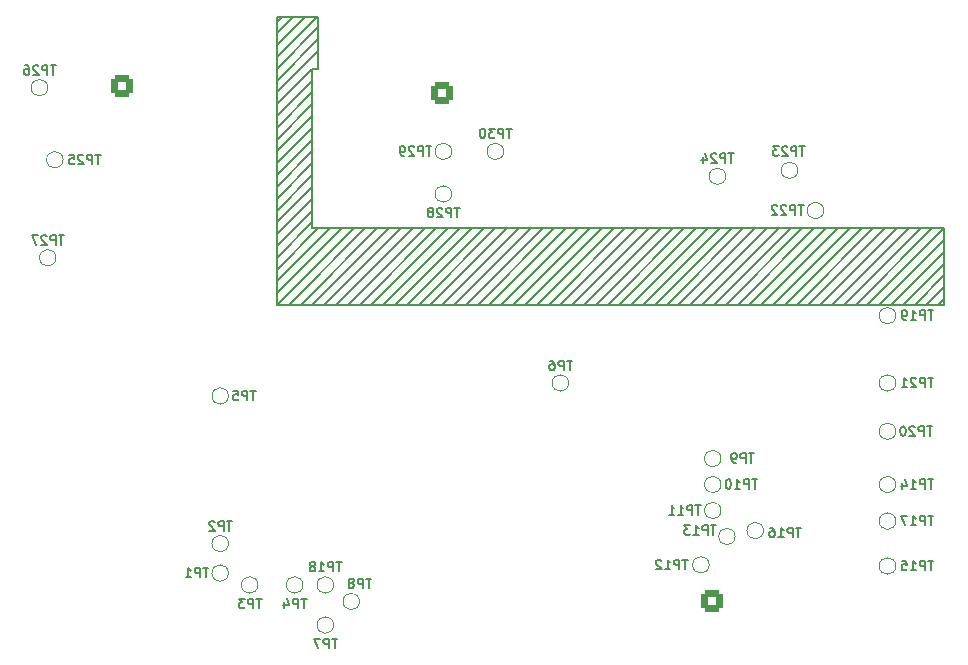
<source format=gbr>
%TF.GenerationSoftware,KiCad,Pcbnew,(5.99.0-11707-g9aa9857685)*%
%TF.CreationDate,2021-10-10T10:39:49+03:00*%
%TF.ProjectId,RubyLink_revA,52756279-4c69-46e6-9b5f-726576412e6b,rev?*%
%TF.SameCoordinates,Original*%
%TF.FileFunction,Legend,Bot*%
%TF.FilePolarity,Positive*%
%FSLAX46Y46*%
G04 Gerber Fmt 4.6, Leading zero omitted, Abs format (unit mm)*
G04 Created by KiCad (PCBNEW (5.99.0-11707-g9aa9857685)) date 2021-10-10 10:39:49*
%MOMM*%
%LPD*%
G01*
G04 APERTURE LIST*
G04 Aperture macros list*
%AMRoundRect*
0 Rectangle with rounded corners*
0 $1 Rounding radius*
0 $2 $3 $4 $5 $6 $7 $8 $9 X,Y pos of 4 corners*
0 Add a 4 corners polygon primitive as box body*
4,1,4,$2,$3,$4,$5,$6,$7,$8,$9,$2,$3,0*
0 Add four circle primitives for the rounded corners*
1,1,$1+$1,$2,$3*
1,1,$1+$1,$4,$5*
1,1,$1+$1,$6,$7*
1,1,$1+$1,$8,$9*
0 Add four rect primitives between the rounded corners*
20,1,$1+$1,$2,$3,$4,$5,0*
20,1,$1+$1,$4,$5,$6,$7,0*
20,1,$1+$1,$6,$7,$8,$9,0*
20,1,$1+$1,$8,$9,$2,$3,0*%
G04 Aperture macros list end*
%ADD10C,0.150000*%
%ADD11C,0.153000*%
%ADD12C,0.120000*%
%ADD13C,2.800000*%
%ADD14RoundRect,0.300000X0.600000X-0.600000X0.600000X0.600000X-0.600000X0.600000X-0.600000X-0.600000X0*%
%ADD15C,1.800000*%
%ADD16O,0.700000X0.950000*%
%ADD17C,0.700000*%
%ADD18O,2.400000X1.400000*%
%ADD19O,2.700000X1.400000*%
%ADD20RoundRect,0.300000X-0.600000X0.600000X-0.600000X-0.600000X0.600000X-0.600000X0.600000X0.600000X0*%
%ADD21C,3.350000*%
%ADD22C,2.700000*%
%ADD23C,1.990000*%
%ADD24RoundRect,0.050000X-0.950000X0.950000X-0.950000X-0.950000X0.950000X-0.950000X0.950000X0.950000X0*%
%ADD25C,2.000000*%
%ADD26RoundRect,0.300000X-0.600000X-0.600000X0.600000X-0.600000X0.600000X0.600000X-0.600000X0.600000X0*%
%ADD27C,1.100000*%
G04 APERTURE END LIST*
D10*
X165060000Y-65870000D02*
X158560000Y-72370000D01*
X125560000Y-69370000D02*
X129060000Y-65870000D01*
X125560000Y-71370000D02*
X131060000Y-65870000D01*
X158060000Y-65870000D02*
X151560000Y-72370000D01*
X147060000Y-65870000D02*
X140560000Y-72370000D01*
X129060000Y-50870000D02*
X125560000Y-54370000D01*
X182060000Y-65870000D02*
X182060000Y-72370000D01*
X137060000Y-65870000D02*
X130560000Y-72370000D01*
X128560000Y-55370000D02*
X125560000Y-58370000D01*
X155060000Y-65870000D02*
X148560000Y-72370000D01*
X168560000Y-72370000D02*
X175060000Y-65870000D01*
X144060000Y-65870000D02*
X137560000Y-72370000D01*
X164060000Y-65870000D02*
X157560000Y-72370000D01*
X143060000Y-65870000D02*
X136560000Y-72370000D01*
X127960000Y-47970000D02*
X125560000Y-50370000D01*
X164560000Y-72370000D02*
X171060000Y-65870000D01*
X126560000Y-72370000D02*
X133060000Y-65870000D01*
X140060000Y-65870000D02*
X133560000Y-72370000D01*
X125560000Y-66370000D02*
X128560000Y-63370000D01*
X166560000Y-72370000D02*
X173060000Y-65870000D01*
X146060000Y-65870000D02*
X139560000Y-72370000D01*
X128560000Y-64370000D02*
X125560000Y-67370000D01*
X129060000Y-48870000D02*
X125560000Y-52370000D01*
X178560000Y-72370000D02*
X182060000Y-68870000D01*
X174560000Y-72370000D02*
X181060000Y-65870000D01*
X173560000Y-72370000D02*
X180060000Y-65870000D01*
X125560000Y-72370000D02*
X125560000Y-47970000D01*
X151060000Y-65870000D02*
X144560000Y-72370000D01*
X128960000Y-47970000D02*
X125560000Y-51370000D01*
X160560000Y-72370000D02*
X167060000Y-65870000D01*
X161560000Y-72370000D02*
X168060000Y-65870000D01*
X132060000Y-65870000D02*
X125560000Y-72370000D01*
X179560000Y-72370000D02*
X182060000Y-69870000D01*
X125560000Y-68370000D02*
X128560000Y-65370000D01*
X153060000Y-65870000D02*
X146560000Y-72370000D01*
X129060000Y-52370000D02*
X128560000Y-52370000D01*
X135060000Y-65870000D02*
X128560000Y-72370000D01*
X160060000Y-65870000D02*
X153560000Y-72370000D01*
X152060000Y-65870000D02*
X145560000Y-72370000D01*
X128560000Y-57370000D02*
X125560000Y-60370000D01*
X134060000Y-65870000D02*
X127560000Y-72370000D01*
X125560000Y-49370000D02*
X126960000Y-47970000D01*
X182060000Y-72370000D02*
X125560000Y-72370000D01*
X182060000Y-65870000D02*
X128560000Y-65870000D01*
X128560000Y-62370000D02*
X125560000Y-65370000D01*
X159060000Y-65870000D02*
X152560000Y-72370000D01*
X182060000Y-67870000D02*
X177560000Y-72370000D01*
X180560000Y-72370000D02*
X182060000Y-70870000D01*
X162560000Y-72370000D02*
X169060000Y-65870000D01*
X129060000Y-49870000D02*
X125560000Y-53370000D01*
X163060000Y-65870000D02*
X156560000Y-72370000D01*
X156060000Y-65870000D02*
X149560000Y-72370000D01*
X161060000Y-65870000D02*
X154560000Y-72370000D01*
X149060000Y-65870000D02*
X142560000Y-72370000D01*
X171560000Y-72370000D02*
X178060000Y-65870000D01*
X170560000Y-72370000D02*
X177060000Y-65870000D01*
X162060000Y-65870000D02*
X155560000Y-72370000D01*
X125560000Y-47970000D02*
X129060000Y-47970000D01*
X128560000Y-53370000D02*
X125560000Y-56370000D01*
X145060000Y-65870000D02*
X138560000Y-72370000D01*
X125560000Y-48370000D02*
X125960000Y-47970000D01*
X142060000Y-65870000D02*
X135560000Y-72370000D01*
X129060000Y-47970000D02*
X129060000Y-52370000D01*
X130060000Y-65870000D02*
X125560000Y-70370000D01*
X163560000Y-72370000D02*
X170060000Y-65870000D01*
X138060000Y-65870000D02*
X131560000Y-72370000D01*
X128560000Y-58370000D02*
X125560000Y-61370000D01*
X169560000Y-72370000D02*
X176060000Y-65870000D01*
X141060000Y-65870000D02*
X134560000Y-72370000D01*
X181560000Y-72370000D02*
X182060000Y-71870000D01*
X129560000Y-72370000D02*
X136060000Y-65870000D01*
X125560000Y-64370000D02*
X128560000Y-61370000D01*
X154060000Y-65870000D02*
X147560000Y-72370000D01*
X148060000Y-65870000D02*
X141560000Y-72370000D01*
X150060000Y-65870000D02*
X143560000Y-72370000D01*
X128560000Y-54370000D02*
X125560000Y-57370000D01*
X128560000Y-59370000D02*
X125560000Y-62370000D01*
X139060000Y-65870000D02*
X132560000Y-72370000D01*
X128560000Y-56370000D02*
X125560000Y-59370000D01*
X165560000Y-72370000D02*
X172060000Y-65870000D01*
X166060000Y-65870000D02*
X159560000Y-72370000D01*
X157060000Y-65870000D02*
X150560000Y-72370000D01*
X128560000Y-60370000D02*
X125560000Y-63370000D01*
X128560000Y-52370000D02*
X125560000Y-55370000D01*
X167560000Y-72370000D02*
X174060000Y-65870000D01*
X176560000Y-72370000D02*
X182060000Y-66870000D01*
X128560000Y-52370000D02*
X128560000Y-65870000D01*
X172560000Y-72370000D02*
X179060000Y-65870000D01*
X175560000Y-72370000D02*
X182060000Y-65870000D01*
D11*
X130669523Y-100631904D02*
X130212380Y-100631904D01*
X130440952Y-101431904D02*
X130440952Y-100631904D01*
X129945714Y-101431904D02*
X129945714Y-100631904D01*
X129640952Y-100631904D01*
X129564761Y-100670000D01*
X129526666Y-100708095D01*
X129488571Y-100784285D01*
X129488571Y-100898571D01*
X129526666Y-100974761D01*
X129564761Y-101012857D01*
X129640952Y-101050952D01*
X129945714Y-101050952D01*
X129221904Y-100631904D02*
X128688571Y-100631904D01*
X129031428Y-101431904D01*
X121769523Y-90683904D02*
X121312380Y-90683904D01*
X121540952Y-91483904D02*
X121540952Y-90683904D01*
X121045714Y-91483904D02*
X121045714Y-90683904D01*
X120740952Y-90683904D01*
X120664761Y-90722000D01*
X120626666Y-90760095D01*
X120588571Y-90836285D01*
X120588571Y-90950571D01*
X120626666Y-91026761D01*
X120664761Y-91064857D01*
X120740952Y-91102952D01*
X121045714Y-91102952D01*
X120283809Y-90760095D02*
X120245714Y-90722000D01*
X120169523Y-90683904D01*
X119979047Y-90683904D01*
X119902857Y-90722000D01*
X119864761Y-90760095D01*
X119826666Y-90836285D01*
X119826666Y-90912476D01*
X119864761Y-91026761D01*
X120321904Y-91483904D01*
X119826666Y-91483904D01*
X181050476Y-82631904D02*
X180593333Y-82631904D01*
X180821904Y-83431904D02*
X180821904Y-82631904D01*
X180326666Y-83431904D02*
X180326666Y-82631904D01*
X180021904Y-82631904D01*
X179945714Y-82670000D01*
X179907619Y-82708095D01*
X179869523Y-82784285D01*
X179869523Y-82898571D01*
X179907619Y-82974761D01*
X179945714Y-83012857D01*
X180021904Y-83050952D01*
X180326666Y-83050952D01*
X179564761Y-82708095D02*
X179526666Y-82670000D01*
X179450476Y-82631904D01*
X179260000Y-82631904D01*
X179183809Y-82670000D01*
X179145714Y-82708095D01*
X179107619Y-82784285D01*
X179107619Y-82860476D01*
X179145714Y-82974761D01*
X179602857Y-83431904D01*
X179107619Y-83431904D01*
X178612380Y-82631904D02*
X178536190Y-82631904D01*
X178460000Y-82670000D01*
X178421904Y-82708095D01*
X178383809Y-82784285D01*
X178345714Y-82936666D01*
X178345714Y-83127142D01*
X178383809Y-83279523D01*
X178421904Y-83355714D01*
X178460000Y-83393809D01*
X178536190Y-83431904D01*
X178612380Y-83431904D01*
X178688571Y-83393809D01*
X178726666Y-83355714D01*
X178764761Y-83279523D01*
X178802857Y-83127142D01*
X178802857Y-82936666D01*
X178764761Y-82784285D01*
X178726666Y-82708095D01*
X178688571Y-82670000D01*
X178612380Y-82631904D01*
X119769523Y-94631904D02*
X119312380Y-94631904D01*
X119540952Y-95431904D02*
X119540952Y-94631904D01*
X119045714Y-95431904D02*
X119045714Y-94631904D01*
X118740952Y-94631904D01*
X118664761Y-94670000D01*
X118626666Y-94708095D01*
X118588571Y-94784285D01*
X118588571Y-94898571D01*
X118626666Y-94974761D01*
X118664761Y-95012857D01*
X118740952Y-95050952D01*
X119045714Y-95050952D01*
X117826666Y-95431904D02*
X118283809Y-95431904D01*
X118055238Y-95431904D02*
X118055238Y-94631904D01*
X118131428Y-94746190D01*
X118207619Y-94822380D01*
X118283809Y-94860476D01*
X138650476Y-58931904D02*
X138193333Y-58931904D01*
X138421904Y-59731904D02*
X138421904Y-58931904D01*
X137926666Y-59731904D02*
X137926666Y-58931904D01*
X137621904Y-58931904D01*
X137545714Y-58970000D01*
X137507619Y-59008095D01*
X137469523Y-59084285D01*
X137469523Y-59198571D01*
X137507619Y-59274761D01*
X137545714Y-59312857D01*
X137621904Y-59350952D01*
X137926666Y-59350952D01*
X137164761Y-59008095D02*
X137126666Y-58970000D01*
X137050476Y-58931904D01*
X136860000Y-58931904D01*
X136783809Y-58970000D01*
X136745714Y-59008095D01*
X136707619Y-59084285D01*
X136707619Y-59160476D01*
X136745714Y-59274761D01*
X137202857Y-59731904D01*
X136707619Y-59731904D01*
X136326666Y-59731904D02*
X136174285Y-59731904D01*
X136098095Y-59693809D01*
X136060000Y-59655714D01*
X135983809Y-59541428D01*
X135945714Y-59389047D01*
X135945714Y-59084285D01*
X135983809Y-59008095D01*
X136021904Y-58970000D01*
X136098095Y-58931904D01*
X136250476Y-58931904D01*
X136326666Y-58970000D01*
X136364761Y-59008095D01*
X136402857Y-59084285D01*
X136402857Y-59274761D01*
X136364761Y-59350952D01*
X136326666Y-59389047D01*
X136250476Y-59427142D01*
X136098095Y-59427142D01*
X136021904Y-59389047D01*
X135983809Y-59350952D01*
X135945714Y-59274761D01*
X131050476Y-94131904D02*
X130593333Y-94131904D01*
X130821904Y-94931904D02*
X130821904Y-94131904D01*
X130326666Y-94931904D02*
X130326666Y-94131904D01*
X130021904Y-94131904D01*
X129945714Y-94170000D01*
X129907619Y-94208095D01*
X129869523Y-94284285D01*
X129869523Y-94398571D01*
X129907619Y-94474761D01*
X129945714Y-94512857D01*
X130021904Y-94550952D01*
X130326666Y-94550952D01*
X129107619Y-94931904D02*
X129564761Y-94931904D01*
X129336190Y-94931904D02*
X129336190Y-94131904D01*
X129412380Y-94246190D01*
X129488571Y-94322380D01*
X129564761Y-94360476D01*
X128650476Y-94474761D02*
X128726666Y-94436666D01*
X128764761Y-94398571D01*
X128802857Y-94322380D01*
X128802857Y-94284285D01*
X128764761Y-94208095D01*
X128726666Y-94170000D01*
X128650476Y-94131904D01*
X128498095Y-94131904D01*
X128421904Y-94170000D01*
X128383809Y-94208095D01*
X128345714Y-94284285D01*
X128345714Y-94322380D01*
X128383809Y-94398571D01*
X128421904Y-94436666D01*
X128498095Y-94474761D01*
X128650476Y-94474761D01*
X128726666Y-94512857D01*
X128764761Y-94550952D01*
X128802857Y-94627142D01*
X128802857Y-94779523D01*
X128764761Y-94855714D01*
X128726666Y-94893809D01*
X128650476Y-94931904D01*
X128498095Y-94931904D01*
X128421904Y-94893809D01*
X128383809Y-94855714D01*
X128345714Y-94779523D01*
X128345714Y-94627142D01*
X128383809Y-94550952D01*
X128421904Y-94512857D01*
X128498095Y-94474761D01*
X145450476Y-57431904D02*
X144993333Y-57431904D01*
X145221904Y-58231904D02*
X145221904Y-57431904D01*
X144726666Y-58231904D02*
X144726666Y-57431904D01*
X144421904Y-57431904D01*
X144345714Y-57470000D01*
X144307619Y-57508095D01*
X144269523Y-57584285D01*
X144269523Y-57698571D01*
X144307619Y-57774761D01*
X144345714Y-57812857D01*
X144421904Y-57850952D01*
X144726666Y-57850952D01*
X144002857Y-57431904D02*
X143507619Y-57431904D01*
X143774285Y-57736666D01*
X143660000Y-57736666D01*
X143583809Y-57774761D01*
X143545714Y-57812857D01*
X143507619Y-57889047D01*
X143507619Y-58079523D01*
X143545714Y-58155714D01*
X143583809Y-58193809D01*
X143660000Y-58231904D01*
X143888571Y-58231904D01*
X143964761Y-58193809D01*
X144002857Y-58155714D01*
X143012380Y-57431904D02*
X142936190Y-57431904D01*
X142860000Y-57470000D01*
X142821904Y-57508095D01*
X142783809Y-57584285D01*
X142745714Y-57736666D01*
X142745714Y-57927142D01*
X142783809Y-58079523D01*
X142821904Y-58155714D01*
X142860000Y-58193809D01*
X142936190Y-58231904D01*
X143012380Y-58231904D01*
X143088571Y-58193809D01*
X143126666Y-58155714D01*
X143164761Y-58079523D01*
X143202857Y-57927142D01*
X143202857Y-57736666D01*
X143164761Y-57584285D01*
X143126666Y-57508095D01*
X143088571Y-57470000D01*
X143012380Y-57431904D01*
X170150476Y-63931904D02*
X169693333Y-63931904D01*
X169921904Y-64731904D02*
X169921904Y-63931904D01*
X169426666Y-64731904D02*
X169426666Y-63931904D01*
X169121904Y-63931904D01*
X169045714Y-63970000D01*
X169007619Y-64008095D01*
X168969523Y-64084285D01*
X168969523Y-64198571D01*
X169007619Y-64274761D01*
X169045714Y-64312857D01*
X169121904Y-64350952D01*
X169426666Y-64350952D01*
X168664761Y-64008095D02*
X168626666Y-63970000D01*
X168550476Y-63931904D01*
X168360000Y-63931904D01*
X168283809Y-63970000D01*
X168245714Y-64008095D01*
X168207619Y-64084285D01*
X168207619Y-64160476D01*
X168245714Y-64274761D01*
X168702857Y-64731904D01*
X168207619Y-64731904D01*
X167902857Y-64008095D02*
X167864761Y-63970000D01*
X167788571Y-63931904D01*
X167598095Y-63931904D01*
X167521904Y-63970000D01*
X167483809Y-64008095D01*
X167445714Y-64084285D01*
X167445714Y-64160476D01*
X167483809Y-64274761D01*
X167940952Y-64731904D01*
X167445714Y-64731904D01*
X133569523Y-95531904D02*
X133112380Y-95531904D01*
X133340952Y-96331904D02*
X133340952Y-95531904D01*
X132845714Y-96331904D02*
X132845714Y-95531904D01*
X132540952Y-95531904D01*
X132464761Y-95570000D01*
X132426666Y-95608095D01*
X132388571Y-95684285D01*
X132388571Y-95798571D01*
X132426666Y-95874761D01*
X132464761Y-95912857D01*
X132540952Y-95950952D01*
X132845714Y-95950952D01*
X131931428Y-95874761D02*
X132007619Y-95836666D01*
X132045714Y-95798571D01*
X132083809Y-95722380D01*
X132083809Y-95684285D01*
X132045714Y-95608095D01*
X132007619Y-95570000D01*
X131931428Y-95531904D01*
X131779047Y-95531904D01*
X131702857Y-95570000D01*
X131664761Y-95608095D01*
X131626666Y-95684285D01*
X131626666Y-95722380D01*
X131664761Y-95798571D01*
X131702857Y-95836666D01*
X131779047Y-95874761D01*
X131931428Y-95874761D01*
X132007619Y-95912857D01*
X132045714Y-95950952D01*
X132083809Y-96027142D01*
X132083809Y-96179523D01*
X132045714Y-96255714D01*
X132007619Y-96293809D01*
X131931428Y-96331904D01*
X131779047Y-96331904D01*
X131702857Y-96293809D01*
X131664761Y-96255714D01*
X131626666Y-96179523D01*
X131626666Y-96027142D01*
X131664761Y-95950952D01*
X131702857Y-95912857D01*
X131779047Y-95874761D01*
X165969523Y-84931904D02*
X165512380Y-84931904D01*
X165740952Y-85731904D02*
X165740952Y-84931904D01*
X165245714Y-85731904D02*
X165245714Y-84931904D01*
X164940952Y-84931904D01*
X164864761Y-84970000D01*
X164826666Y-85008095D01*
X164788571Y-85084285D01*
X164788571Y-85198571D01*
X164826666Y-85274761D01*
X164864761Y-85312857D01*
X164940952Y-85350952D01*
X165245714Y-85350952D01*
X164407619Y-85731904D02*
X164255238Y-85731904D01*
X164179047Y-85693809D01*
X164140952Y-85655714D01*
X164064761Y-85541428D01*
X164026666Y-85389047D01*
X164026666Y-85084285D01*
X164064761Y-85008095D01*
X164102857Y-84970000D01*
X164179047Y-84931904D01*
X164331428Y-84931904D01*
X164407619Y-84970000D01*
X164445714Y-85008095D01*
X164483809Y-85084285D01*
X164483809Y-85274761D01*
X164445714Y-85350952D01*
X164407619Y-85389047D01*
X164331428Y-85427142D01*
X164179047Y-85427142D01*
X164102857Y-85389047D01*
X164064761Y-85350952D01*
X164026666Y-85274761D01*
X169950476Y-91231904D02*
X169493333Y-91231904D01*
X169721904Y-92031904D02*
X169721904Y-91231904D01*
X169226666Y-92031904D02*
X169226666Y-91231904D01*
X168921904Y-91231904D01*
X168845714Y-91270000D01*
X168807619Y-91308095D01*
X168769523Y-91384285D01*
X168769523Y-91498571D01*
X168807619Y-91574761D01*
X168845714Y-91612857D01*
X168921904Y-91650952D01*
X169226666Y-91650952D01*
X168007619Y-92031904D02*
X168464761Y-92031904D01*
X168236190Y-92031904D02*
X168236190Y-91231904D01*
X168312380Y-91346190D01*
X168388571Y-91422380D01*
X168464761Y-91460476D01*
X167321904Y-91231904D02*
X167474285Y-91231904D01*
X167550476Y-91270000D01*
X167588571Y-91308095D01*
X167664761Y-91422380D01*
X167702857Y-91574761D01*
X167702857Y-91879523D01*
X167664761Y-91955714D01*
X167626666Y-91993809D01*
X167550476Y-92031904D01*
X167398095Y-92031904D01*
X167321904Y-91993809D01*
X167283809Y-91955714D01*
X167245714Y-91879523D01*
X167245714Y-91689047D01*
X167283809Y-91612857D01*
X167321904Y-91574761D01*
X167398095Y-91536666D01*
X167550476Y-91536666D01*
X167626666Y-91574761D01*
X167664761Y-91612857D01*
X167702857Y-91689047D01*
X110650476Y-59631904D02*
X110193333Y-59631904D01*
X110421904Y-60431904D02*
X110421904Y-59631904D01*
X109926666Y-60431904D02*
X109926666Y-59631904D01*
X109621904Y-59631904D01*
X109545714Y-59670000D01*
X109507619Y-59708095D01*
X109469523Y-59784285D01*
X109469523Y-59898571D01*
X109507619Y-59974761D01*
X109545714Y-60012857D01*
X109621904Y-60050952D01*
X109926666Y-60050952D01*
X109164761Y-59708095D02*
X109126666Y-59670000D01*
X109050476Y-59631904D01*
X108860000Y-59631904D01*
X108783809Y-59670000D01*
X108745714Y-59708095D01*
X108707619Y-59784285D01*
X108707619Y-59860476D01*
X108745714Y-59974761D01*
X109202857Y-60431904D01*
X108707619Y-60431904D01*
X107983809Y-59631904D02*
X108364761Y-59631904D01*
X108402857Y-60012857D01*
X108364761Y-59974761D01*
X108288571Y-59936666D01*
X108098095Y-59936666D01*
X108021904Y-59974761D01*
X107983809Y-60012857D01*
X107945714Y-60089047D01*
X107945714Y-60279523D01*
X107983809Y-60355714D01*
X108021904Y-60393809D01*
X108098095Y-60431904D01*
X108288571Y-60431904D01*
X108364761Y-60393809D01*
X108402857Y-60355714D01*
X123769523Y-79631904D02*
X123312380Y-79631904D01*
X123540952Y-80431904D02*
X123540952Y-79631904D01*
X123045714Y-80431904D02*
X123045714Y-79631904D01*
X122740952Y-79631904D01*
X122664761Y-79670000D01*
X122626666Y-79708095D01*
X122588571Y-79784285D01*
X122588571Y-79898571D01*
X122626666Y-79974761D01*
X122664761Y-80012857D01*
X122740952Y-80050952D01*
X123045714Y-80050952D01*
X121864761Y-79631904D02*
X122245714Y-79631904D01*
X122283809Y-80012857D01*
X122245714Y-79974761D01*
X122169523Y-79936666D01*
X121979047Y-79936666D01*
X121902857Y-79974761D01*
X121864761Y-80012857D01*
X121826666Y-80089047D01*
X121826666Y-80279523D01*
X121864761Y-80355714D01*
X121902857Y-80393809D01*
X121979047Y-80431904D01*
X122169523Y-80431904D01*
X122245714Y-80393809D01*
X122283809Y-80355714D01*
X170250476Y-58931904D02*
X169793333Y-58931904D01*
X170021904Y-59731904D02*
X170021904Y-58931904D01*
X169526666Y-59731904D02*
X169526666Y-58931904D01*
X169221904Y-58931904D01*
X169145714Y-58970000D01*
X169107619Y-59008095D01*
X169069523Y-59084285D01*
X169069523Y-59198571D01*
X169107619Y-59274761D01*
X169145714Y-59312857D01*
X169221904Y-59350952D01*
X169526666Y-59350952D01*
X168764761Y-59008095D02*
X168726666Y-58970000D01*
X168650476Y-58931904D01*
X168460000Y-58931904D01*
X168383809Y-58970000D01*
X168345714Y-59008095D01*
X168307619Y-59084285D01*
X168307619Y-59160476D01*
X168345714Y-59274761D01*
X168802857Y-59731904D01*
X168307619Y-59731904D01*
X168040952Y-58931904D02*
X167545714Y-58931904D01*
X167812380Y-59236666D01*
X167698095Y-59236666D01*
X167621904Y-59274761D01*
X167583809Y-59312857D01*
X167545714Y-59389047D01*
X167545714Y-59579523D01*
X167583809Y-59655714D01*
X167621904Y-59693809D01*
X167698095Y-59731904D01*
X167926666Y-59731904D01*
X168002857Y-59693809D01*
X168040952Y-59655714D01*
X107550476Y-66483904D02*
X107093333Y-66483904D01*
X107321904Y-67283904D02*
X107321904Y-66483904D01*
X106826666Y-67283904D02*
X106826666Y-66483904D01*
X106521904Y-66483904D01*
X106445714Y-66522000D01*
X106407619Y-66560095D01*
X106369523Y-66636285D01*
X106369523Y-66750571D01*
X106407619Y-66826761D01*
X106445714Y-66864857D01*
X106521904Y-66902952D01*
X106826666Y-66902952D01*
X106064761Y-66560095D02*
X106026666Y-66522000D01*
X105950476Y-66483904D01*
X105760000Y-66483904D01*
X105683809Y-66522000D01*
X105645714Y-66560095D01*
X105607619Y-66636285D01*
X105607619Y-66712476D01*
X105645714Y-66826761D01*
X106102857Y-67283904D01*
X105607619Y-67283904D01*
X105340952Y-66483904D02*
X104807619Y-66483904D01*
X105150476Y-67283904D01*
X162750476Y-91031904D02*
X162293333Y-91031904D01*
X162521904Y-91831904D02*
X162521904Y-91031904D01*
X162026666Y-91831904D02*
X162026666Y-91031904D01*
X161721904Y-91031904D01*
X161645714Y-91070000D01*
X161607619Y-91108095D01*
X161569523Y-91184285D01*
X161569523Y-91298571D01*
X161607619Y-91374761D01*
X161645714Y-91412857D01*
X161721904Y-91450952D01*
X162026666Y-91450952D01*
X160807619Y-91831904D02*
X161264761Y-91831904D01*
X161036190Y-91831904D02*
X161036190Y-91031904D01*
X161112380Y-91146190D01*
X161188571Y-91222380D01*
X161264761Y-91260476D01*
X160540952Y-91031904D02*
X160045714Y-91031904D01*
X160312380Y-91336666D01*
X160198095Y-91336666D01*
X160121904Y-91374761D01*
X160083809Y-91412857D01*
X160045714Y-91489047D01*
X160045714Y-91679523D01*
X160083809Y-91755714D01*
X160121904Y-91793809D01*
X160198095Y-91831904D01*
X160426666Y-91831904D01*
X160502857Y-91793809D01*
X160540952Y-91755714D01*
X181150476Y-94031904D02*
X180693333Y-94031904D01*
X180921904Y-94831904D02*
X180921904Y-94031904D01*
X180426666Y-94831904D02*
X180426666Y-94031904D01*
X180121904Y-94031904D01*
X180045714Y-94070000D01*
X180007619Y-94108095D01*
X179969523Y-94184285D01*
X179969523Y-94298571D01*
X180007619Y-94374761D01*
X180045714Y-94412857D01*
X180121904Y-94450952D01*
X180426666Y-94450952D01*
X179207619Y-94831904D02*
X179664761Y-94831904D01*
X179436190Y-94831904D02*
X179436190Y-94031904D01*
X179512380Y-94146190D01*
X179588571Y-94222380D01*
X179664761Y-94260476D01*
X178483809Y-94031904D02*
X178864761Y-94031904D01*
X178902857Y-94412857D01*
X178864761Y-94374761D01*
X178788571Y-94336666D01*
X178598095Y-94336666D01*
X178521904Y-94374761D01*
X178483809Y-94412857D01*
X178445714Y-94489047D01*
X178445714Y-94679523D01*
X178483809Y-94755714D01*
X178521904Y-94793809D01*
X178598095Y-94831904D01*
X178788571Y-94831904D01*
X178864761Y-94793809D01*
X178902857Y-94755714D01*
X150569523Y-77083904D02*
X150112380Y-77083904D01*
X150340952Y-77883904D02*
X150340952Y-77083904D01*
X149845714Y-77883904D02*
X149845714Y-77083904D01*
X149540952Y-77083904D01*
X149464761Y-77122000D01*
X149426666Y-77160095D01*
X149388571Y-77236285D01*
X149388571Y-77350571D01*
X149426666Y-77426761D01*
X149464761Y-77464857D01*
X149540952Y-77502952D01*
X149845714Y-77502952D01*
X148702857Y-77083904D02*
X148855238Y-77083904D01*
X148931428Y-77122000D01*
X148969523Y-77160095D01*
X149045714Y-77274380D01*
X149083809Y-77426761D01*
X149083809Y-77731523D01*
X149045714Y-77807714D01*
X149007619Y-77845809D01*
X148931428Y-77883904D01*
X148779047Y-77883904D01*
X148702857Y-77845809D01*
X148664761Y-77807714D01*
X148626666Y-77731523D01*
X148626666Y-77541047D01*
X148664761Y-77464857D01*
X148702857Y-77426761D01*
X148779047Y-77388666D01*
X148931428Y-77388666D01*
X149007619Y-77426761D01*
X149045714Y-77464857D01*
X149083809Y-77541047D01*
X128069523Y-97231904D02*
X127612380Y-97231904D01*
X127840952Y-98031904D02*
X127840952Y-97231904D01*
X127345714Y-98031904D02*
X127345714Y-97231904D01*
X127040952Y-97231904D01*
X126964761Y-97270000D01*
X126926666Y-97308095D01*
X126888571Y-97384285D01*
X126888571Y-97498571D01*
X126926666Y-97574761D01*
X126964761Y-97612857D01*
X127040952Y-97650952D01*
X127345714Y-97650952D01*
X126202857Y-97498571D02*
X126202857Y-98031904D01*
X126393333Y-97193809D02*
X126583809Y-97765238D01*
X126088571Y-97765238D01*
X181150476Y-72831904D02*
X180693333Y-72831904D01*
X180921904Y-73631904D02*
X180921904Y-72831904D01*
X180426666Y-73631904D02*
X180426666Y-72831904D01*
X180121904Y-72831904D01*
X180045714Y-72870000D01*
X180007619Y-72908095D01*
X179969523Y-72984285D01*
X179969523Y-73098571D01*
X180007619Y-73174761D01*
X180045714Y-73212857D01*
X180121904Y-73250952D01*
X180426666Y-73250952D01*
X179207619Y-73631904D02*
X179664761Y-73631904D01*
X179436190Y-73631904D02*
X179436190Y-72831904D01*
X179512380Y-72946190D01*
X179588571Y-73022380D01*
X179664761Y-73060476D01*
X178826666Y-73631904D02*
X178674285Y-73631904D01*
X178598095Y-73593809D01*
X178560000Y-73555714D01*
X178483809Y-73441428D01*
X178445714Y-73289047D01*
X178445714Y-72984285D01*
X178483809Y-72908095D01*
X178521904Y-72870000D01*
X178598095Y-72831904D01*
X178750476Y-72831904D01*
X178826666Y-72870000D01*
X178864761Y-72908095D01*
X178902857Y-72984285D01*
X178902857Y-73174761D01*
X178864761Y-73250952D01*
X178826666Y-73289047D01*
X178750476Y-73327142D01*
X178598095Y-73327142D01*
X178521904Y-73289047D01*
X178483809Y-73250952D01*
X178445714Y-73174761D01*
X124269523Y-97231904D02*
X123812380Y-97231904D01*
X124040952Y-98031904D02*
X124040952Y-97231904D01*
X123545714Y-98031904D02*
X123545714Y-97231904D01*
X123240952Y-97231904D01*
X123164761Y-97270000D01*
X123126666Y-97308095D01*
X123088571Y-97384285D01*
X123088571Y-97498571D01*
X123126666Y-97574761D01*
X123164761Y-97612857D01*
X123240952Y-97650952D01*
X123545714Y-97650952D01*
X122821904Y-97231904D02*
X122326666Y-97231904D01*
X122593333Y-97536666D01*
X122479047Y-97536666D01*
X122402857Y-97574761D01*
X122364761Y-97612857D01*
X122326666Y-97689047D01*
X122326666Y-97879523D01*
X122364761Y-97955714D01*
X122402857Y-97993809D01*
X122479047Y-98031904D01*
X122707619Y-98031904D01*
X122783809Y-97993809D01*
X122821904Y-97955714D01*
X161450476Y-89331904D02*
X160993333Y-89331904D01*
X161221904Y-90131904D02*
X161221904Y-89331904D01*
X160726666Y-90131904D02*
X160726666Y-89331904D01*
X160421904Y-89331904D01*
X160345714Y-89370000D01*
X160307619Y-89408095D01*
X160269523Y-89484285D01*
X160269523Y-89598571D01*
X160307619Y-89674761D01*
X160345714Y-89712857D01*
X160421904Y-89750952D01*
X160726666Y-89750952D01*
X159507619Y-90131904D02*
X159964761Y-90131904D01*
X159736190Y-90131904D02*
X159736190Y-89331904D01*
X159812380Y-89446190D01*
X159888571Y-89522380D01*
X159964761Y-89560476D01*
X158745714Y-90131904D02*
X159202857Y-90131904D01*
X158974285Y-90131904D02*
X158974285Y-89331904D01*
X159050476Y-89446190D01*
X159126666Y-89522380D01*
X159202857Y-89560476D01*
X166250476Y-87131904D02*
X165793333Y-87131904D01*
X166021904Y-87931904D02*
X166021904Y-87131904D01*
X165526666Y-87931904D02*
X165526666Y-87131904D01*
X165221904Y-87131904D01*
X165145714Y-87170000D01*
X165107619Y-87208095D01*
X165069523Y-87284285D01*
X165069523Y-87398571D01*
X165107619Y-87474761D01*
X165145714Y-87512857D01*
X165221904Y-87550952D01*
X165526666Y-87550952D01*
X164307619Y-87931904D02*
X164764761Y-87931904D01*
X164536190Y-87931904D02*
X164536190Y-87131904D01*
X164612380Y-87246190D01*
X164688571Y-87322380D01*
X164764761Y-87360476D01*
X163812380Y-87131904D02*
X163736190Y-87131904D01*
X163660000Y-87170000D01*
X163621904Y-87208095D01*
X163583809Y-87284285D01*
X163545714Y-87436666D01*
X163545714Y-87627142D01*
X163583809Y-87779523D01*
X163621904Y-87855714D01*
X163660000Y-87893809D01*
X163736190Y-87931904D01*
X163812380Y-87931904D01*
X163888571Y-87893809D01*
X163926666Y-87855714D01*
X163964761Y-87779523D01*
X164002857Y-87627142D01*
X164002857Y-87436666D01*
X163964761Y-87284285D01*
X163926666Y-87208095D01*
X163888571Y-87170000D01*
X163812380Y-87131904D01*
X181150476Y-90231904D02*
X180693333Y-90231904D01*
X180921904Y-91031904D02*
X180921904Y-90231904D01*
X180426666Y-91031904D02*
X180426666Y-90231904D01*
X180121904Y-90231904D01*
X180045714Y-90270000D01*
X180007619Y-90308095D01*
X179969523Y-90384285D01*
X179969523Y-90498571D01*
X180007619Y-90574761D01*
X180045714Y-90612857D01*
X180121904Y-90650952D01*
X180426666Y-90650952D01*
X179207619Y-91031904D02*
X179664761Y-91031904D01*
X179436190Y-91031904D02*
X179436190Y-90231904D01*
X179512380Y-90346190D01*
X179588571Y-90422380D01*
X179664761Y-90460476D01*
X178940952Y-90231904D02*
X178407619Y-90231904D01*
X178750476Y-91031904D01*
X160350476Y-93931904D02*
X159893333Y-93931904D01*
X160121904Y-94731904D02*
X160121904Y-93931904D01*
X159626666Y-94731904D02*
X159626666Y-93931904D01*
X159321904Y-93931904D01*
X159245714Y-93970000D01*
X159207619Y-94008095D01*
X159169523Y-94084285D01*
X159169523Y-94198571D01*
X159207619Y-94274761D01*
X159245714Y-94312857D01*
X159321904Y-94350952D01*
X159626666Y-94350952D01*
X158407619Y-94731904D02*
X158864761Y-94731904D01*
X158636190Y-94731904D02*
X158636190Y-93931904D01*
X158712380Y-94046190D01*
X158788571Y-94122380D01*
X158864761Y-94160476D01*
X158102857Y-94008095D02*
X158064761Y-93970000D01*
X157988571Y-93931904D01*
X157798095Y-93931904D01*
X157721904Y-93970000D01*
X157683809Y-94008095D01*
X157645714Y-94084285D01*
X157645714Y-94160476D01*
X157683809Y-94274761D01*
X158140952Y-94731904D01*
X157645714Y-94731904D01*
X181150476Y-87131904D02*
X180693333Y-87131904D01*
X180921904Y-87931904D02*
X180921904Y-87131904D01*
X180426666Y-87931904D02*
X180426666Y-87131904D01*
X180121904Y-87131904D01*
X180045714Y-87170000D01*
X180007619Y-87208095D01*
X179969523Y-87284285D01*
X179969523Y-87398571D01*
X180007619Y-87474761D01*
X180045714Y-87512857D01*
X180121904Y-87550952D01*
X180426666Y-87550952D01*
X179207619Y-87931904D02*
X179664761Y-87931904D01*
X179436190Y-87931904D02*
X179436190Y-87131904D01*
X179512380Y-87246190D01*
X179588571Y-87322380D01*
X179664761Y-87360476D01*
X178521904Y-87398571D02*
X178521904Y-87931904D01*
X178712380Y-87093809D02*
X178902857Y-87665238D01*
X178407619Y-87665238D01*
X141050476Y-64131904D02*
X140593333Y-64131904D01*
X140821904Y-64931904D02*
X140821904Y-64131904D01*
X140326666Y-64931904D02*
X140326666Y-64131904D01*
X140021904Y-64131904D01*
X139945714Y-64170000D01*
X139907619Y-64208095D01*
X139869523Y-64284285D01*
X139869523Y-64398571D01*
X139907619Y-64474761D01*
X139945714Y-64512857D01*
X140021904Y-64550952D01*
X140326666Y-64550952D01*
X139564761Y-64208095D02*
X139526666Y-64170000D01*
X139450476Y-64131904D01*
X139260000Y-64131904D01*
X139183809Y-64170000D01*
X139145714Y-64208095D01*
X139107619Y-64284285D01*
X139107619Y-64360476D01*
X139145714Y-64474761D01*
X139602857Y-64931904D01*
X139107619Y-64931904D01*
X138650476Y-64474761D02*
X138726666Y-64436666D01*
X138764761Y-64398571D01*
X138802857Y-64322380D01*
X138802857Y-64284285D01*
X138764761Y-64208095D01*
X138726666Y-64170000D01*
X138650476Y-64131904D01*
X138498095Y-64131904D01*
X138421904Y-64170000D01*
X138383809Y-64208095D01*
X138345714Y-64284285D01*
X138345714Y-64322380D01*
X138383809Y-64398571D01*
X138421904Y-64436666D01*
X138498095Y-64474761D01*
X138650476Y-64474761D01*
X138726666Y-64512857D01*
X138764761Y-64550952D01*
X138802857Y-64627142D01*
X138802857Y-64779523D01*
X138764761Y-64855714D01*
X138726666Y-64893809D01*
X138650476Y-64931904D01*
X138498095Y-64931904D01*
X138421904Y-64893809D01*
X138383809Y-64855714D01*
X138345714Y-64779523D01*
X138345714Y-64627142D01*
X138383809Y-64550952D01*
X138421904Y-64512857D01*
X138498095Y-64474761D01*
X106850476Y-52083904D02*
X106393333Y-52083904D01*
X106621904Y-52883904D02*
X106621904Y-52083904D01*
X106126666Y-52883904D02*
X106126666Y-52083904D01*
X105821904Y-52083904D01*
X105745714Y-52122000D01*
X105707619Y-52160095D01*
X105669523Y-52236285D01*
X105669523Y-52350571D01*
X105707619Y-52426761D01*
X105745714Y-52464857D01*
X105821904Y-52502952D01*
X106126666Y-52502952D01*
X105364761Y-52160095D02*
X105326666Y-52122000D01*
X105250476Y-52083904D01*
X105060000Y-52083904D01*
X104983809Y-52122000D01*
X104945714Y-52160095D01*
X104907619Y-52236285D01*
X104907619Y-52312476D01*
X104945714Y-52426761D01*
X105402857Y-52883904D01*
X104907619Y-52883904D01*
X104221904Y-52083904D02*
X104374285Y-52083904D01*
X104450476Y-52122000D01*
X104488571Y-52160095D01*
X104564761Y-52274380D01*
X104602857Y-52426761D01*
X104602857Y-52731523D01*
X104564761Y-52807714D01*
X104526666Y-52845809D01*
X104450476Y-52883904D01*
X104298095Y-52883904D01*
X104221904Y-52845809D01*
X104183809Y-52807714D01*
X104145714Y-52731523D01*
X104145714Y-52541047D01*
X104183809Y-52464857D01*
X104221904Y-52426761D01*
X104298095Y-52388666D01*
X104450476Y-52388666D01*
X104526666Y-52426761D01*
X104564761Y-52464857D01*
X104602857Y-52541047D01*
X181150476Y-78531904D02*
X180693333Y-78531904D01*
X180921904Y-79331904D02*
X180921904Y-78531904D01*
X180426666Y-79331904D02*
X180426666Y-78531904D01*
X180121904Y-78531904D01*
X180045714Y-78570000D01*
X180007619Y-78608095D01*
X179969523Y-78684285D01*
X179969523Y-78798571D01*
X180007619Y-78874761D01*
X180045714Y-78912857D01*
X180121904Y-78950952D01*
X180426666Y-78950952D01*
X179664761Y-78608095D02*
X179626666Y-78570000D01*
X179550476Y-78531904D01*
X179360000Y-78531904D01*
X179283809Y-78570000D01*
X179245714Y-78608095D01*
X179207619Y-78684285D01*
X179207619Y-78760476D01*
X179245714Y-78874761D01*
X179702857Y-79331904D01*
X179207619Y-79331904D01*
X178445714Y-79331904D02*
X178902857Y-79331904D01*
X178674285Y-79331904D02*
X178674285Y-78531904D01*
X178750476Y-78646190D01*
X178826666Y-78722380D01*
X178902857Y-78760476D01*
X164250476Y-59531904D02*
X163793333Y-59531904D01*
X164021904Y-60331904D02*
X164021904Y-59531904D01*
X163526666Y-60331904D02*
X163526666Y-59531904D01*
X163221904Y-59531904D01*
X163145714Y-59570000D01*
X163107619Y-59608095D01*
X163069523Y-59684285D01*
X163069523Y-59798571D01*
X163107619Y-59874761D01*
X163145714Y-59912857D01*
X163221904Y-59950952D01*
X163526666Y-59950952D01*
X162764761Y-59608095D02*
X162726666Y-59570000D01*
X162650476Y-59531904D01*
X162460000Y-59531904D01*
X162383809Y-59570000D01*
X162345714Y-59608095D01*
X162307619Y-59684285D01*
X162307619Y-59760476D01*
X162345714Y-59874761D01*
X162802857Y-60331904D01*
X162307619Y-60331904D01*
X161621904Y-59798571D02*
X161621904Y-60331904D01*
X161812380Y-59493809D02*
X162002857Y-60065238D01*
X161507619Y-60065238D01*
D12*
X130360000Y-99470000D02*
G75*
G03*
X130360000Y-99470000I-700000J0D01*
G01*
X121460000Y-92570000D02*
G75*
G03*
X121460000Y-92570000I-700000J0D01*
G01*
X177960000Y-83070000D02*
G75*
G03*
X177960000Y-83070000I-700000J0D01*
G01*
X121460000Y-95070000D02*
G75*
G03*
X121460000Y-95070000I-700000J0D01*
G01*
X140360000Y-59370000D02*
G75*
G03*
X140360000Y-59370000I-700000J0D01*
G01*
X130360000Y-96070000D02*
G75*
G03*
X130360000Y-96070000I-700000J0D01*
G01*
X144760000Y-59370000D02*
G75*
G03*
X144760000Y-59370000I-700000J0D01*
G01*
X171860000Y-64370000D02*
G75*
G03*
X171860000Y-64370000I-700000J0D01*
G01*
X132560000Y-97470000D02*
G75*
G03*
X132560000Y-97470000I-700000J0D01*
G01*
X163160000Y-85370000D02*
G75*
G03*
X163160000Y-85370000I-700000J0D01*
G01*
X166760000Y-91470000D02*
G75*
G03*
X166760000Y-91470000I-700000J0D01*
G01*
X107460000Y-60070000D02*
G75*
G03*
X107460000Y-60070000I-700000J0D01*
G01*
X121460000Y-80070000D02*
G75*
G03*
X121460000Y-80070000I-700000J0D01*
G01*
X169660000Y-60970000D02*
G75*
G03*
X169660000Y-60970000I-700000J0D01*
G01*
X106860000Y-68370000D02*
G75*
G03*
X106860000Y-68370000I-700000J0D01*
G01*
X164360000Y-91970000D02*
G75*
G03*
X164360000Y-91970000I-700000J0D01*
G01*
X177960000Y-94470000D02*
G75*
G03*
X177960000Y-94470000I-700000J0D01*
G01*
X150260000Y-78970000D02*
G75*
G03*
X150260000Y-78970000I-700000J0D01*
G01*
X127760000Y-96070000D02*
G75*
G03*
X127760000Y-96070000I-700000J0D01*
G01*
X177960000Y-73270000D02*
G75*
G03*
X177960000Y-73270000I-700000J0D01*
G01*
X123960000Y-96070000D02*
G75*
G03*
X123960000Y-96070000I-700000J0D01*
G01*
X163160000Y-89770000D02*
G75*
G03*
X163160000Y-89770000I-700000J0D01*
G01*
X163160000Y-87570000D02*
G75*
G03*
X163160000Y-87570000I-700000J0D01*
G01*
X177960000Y-90670000D02*
G75*
G03*
X177960000Y-90670000I-700000J0D01*
G01*
X162160000Y-94370000D02*
G75*
G03*
X162160000Y-94370000I-700000J0D01*
G01*
X177960000Y-87570000D02*
G75*
G03*
X177960000Y-87570000I-700000J0D01*
G01*
X140360000Y-62970000D02*
G75*
G03*
X140360000Y-62970000I-700000J0D01*
G01*
X106160000Y-53970000D02*
G75*
G03*
X106160000Y-53970000I-700000J0D01*
G01*
X177960000Y-78970000D02*
G75*
G03*
X177960000Y-78970000I-700000J0D01*
G01*
X163560000Y-61470000D02*
G75*
G03*
X163560000Y-61470000I-700000J0D01*
G01*
%LPC*%
D13*
X100000000Y-51740000D03*
X171120000Y-100000000D03*
D14*
X139500000Y-54400000D03*
D15*
X139500000Y-51860000D03*
X142040000Y-54400000D03*
X142040000Y-51860000D03*
X144580000Y-54400000D03*
X144580000Y-51860000D03*
X147120000Y-54400000D03*
X147120000Y-51860000D03*
X149660000Y-54400000D03*
X149660000Y-51860000D03*
X152200000Y-54400000D03*
X152200000Y-51860000D03*
X154740000Y-54400000D03*
X154740000Y-51860000D03*
X157280000Y-54400000D03*
X157280000Y-51860000D03*
X159820000Y-54400000D03*
X159820000Y-51860000D03*
X162360000Y-54400000D03*
X162360000Y-51860000D03*
D16*
X93110000Y-65870000D03*
D17*
X93110000Y-59870000D03*
D18*
X93835000Y-58550000D03*
X93835000Y-67190000D03*
D19*
X90010000Y-58550000D03*
X90010000Y-67190000D03*
D13*
X100000000Y-100000000D03*
X171120000Y-51740000D03*
D20*
X162360000Y-97390000D03*
D15*
X162360000Y-99930000D03*
X159820000Y-97390000D03*
X159820000Y-99930000D03*
X157280000Y-97390000D03*
X157280000Y-99930000D03*
X154740000Y-97390000D03*
X154740000Y-99930000D03*
X152200000Y-97390000D03*
X152200000Y-99930000D03*
X149660000Y-97390000D03*
X149660000Y-99930000D03*
X147120000Y-97390000D03*
X147120000Y-99930000D03*
X144580000Y-97390000D03*
X144580000Y-99930000D03*
X142040000Y-97390000D03*
X142040000Y-99930000D03*
X139500000Y-97390000D03*
X139500000Y-99930000D03*
D21*
X94630000Y-91915000D03*
X94630000Y-80485000D03*
D22*
X97680000Y-93975000D03*
X97680000Y-78425000D03*
D23*
X91250000Y-92525000D03*
X89730000Y-89985000D03*
X91250000Y-82415000D03*
X89730000Y-79875000D03*
D24*
X100970000Y-81755000D03*
D25*
X103510000Y-83025000D03*
X100970000Y-84295000D03*
X103510000Y-85565000D03*
X100970000Y-86835000D03*
X103510000Y-88105000D03*
X100970000Y-89375000D03*
X103510000Y-90645000D03*
D26*
X112447500Y-53820000D03*
D15*
X114987500Y-53820000D03*
X112447500Y-56360000D03*
X114987500Y-56360000D03*
X112447500Y-58900000D03*
X114987500Y-58900000D03*
X112447500Y-61440000D03*
X114987500Y-61440000D03*
X112447500Y-63980000D03*
X114987500Y-63980000D03*
D27*
X129660000Y-99470000D03*
X120760000Y-92570000D03*
X177260000Y-83070000D03*
X120760000Y-95070000D03*
X139660000Y-59370000D03*
X129660000Y-96070000D03*
X144060000Y-59370000D03*
X171160000Y-64370000D03*
X131860000Y-97470000D03*
X162460000Y-85370000D03*
X166060000Y-91470000D03*
X106760000Y-60070000D03*
X120760000Y-80070000D03*
X168960000Y-60970000D03*
X106160000Y-68370000D03*
X163660000Y-91970000D03*
X177260000Y-94470000D03*
X149560000Y-78970000D03*
X127060000Y-96070000D03*
X177260000Y-73270000D03*
X123260000Y-96070000D03*
X162460000Y-89770000D03*
X162460000Y-87570000D03*
X177260000Y-90670000D03*
X161460000Y-94370000D03*
X177260000Y-87570000D03*
X139660000Y-62970000D03*
X105460000Y-53970000D03*
X177260000Y-78970000D03*
X162860000Y-61470000D03*
M02*

</source>
